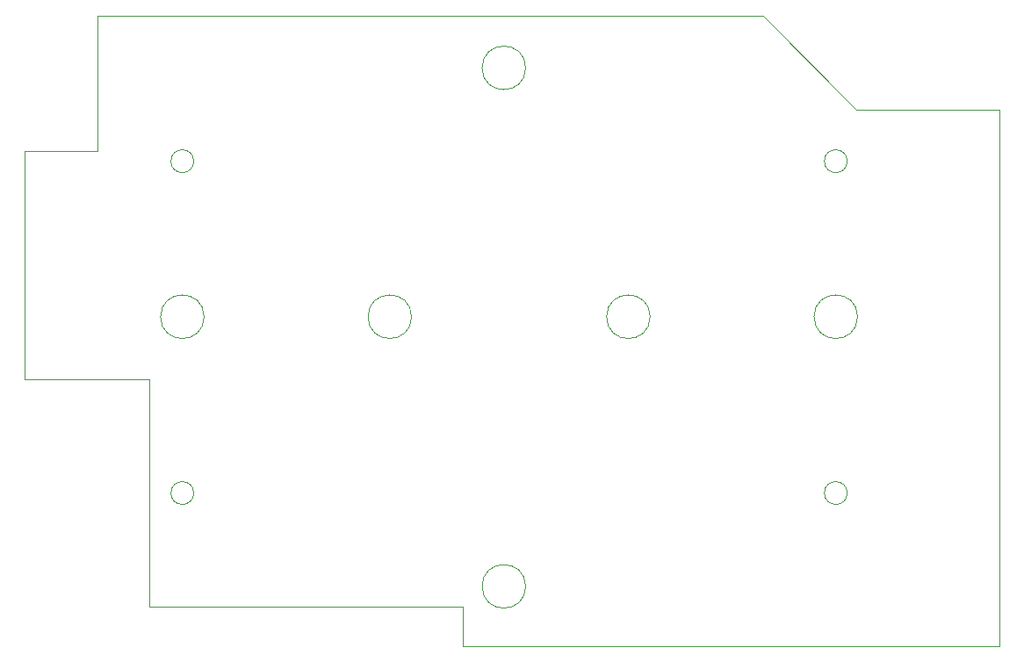
<source format=gbr>
%TF.GenerationSoftware,KiCad,Pcbnew,8.0.4-8.0.4-0~ubuntu22.04.1*%
%TF.CreationDate,2024-08-24T15:00:40-03:00*%
%TF.ProjectId,Antares-Transmitter,416e7461-7265-4732-9d54-72616e736d69,1.0.1*%
%TF.SameCoordinates,Original*%
%TF.FileFunction,Profile,NP*%
%FSLAX46Y46*%
G04 Gerber Fmt 4.6, Leading zero omitted, Abs format (unit mm)*
G04 Created by KiCad (PCBNEW 8.0.4-8.0.4-0~ubuntu22.04.1) date 2024-08-24 15:00:40*
%MOMM*%
%LPD*%
G01*
G04 APERTURE LIST*
%TA.AperFunction,Profile*%
%ADD10C,0.050000*%
%TD*%
G04 APERTURE END LIST*
D10*
X81000000Y-125000000D02*
X81000000Y-103000000D01*
X123250000Y-150750000D02*
X123250000Y-147000000D01*
X175000000Y-99000000D02*
X175000000Y-150750000D01*
X88000000Y-90000000D02*
X152200000Y-90000000D01*
X175000000Y-150750000D02*
X123250000Y-150750000D01*
X93000000Y-147000000D02*
X93000000Y-125000000D01*
X98300002Y-119000000D02*
G75*
G02*
X94100002Y-119000000I-2100000J0D01*
G01*
X94100002Y-119000000D02*
G75*
G02*
X98300002Y-119000000I2100000J0D01*
G01*
X160300002Y-136000000D02*
G75*
G02*
X158100002Y-136000000I-1100000J0D01*
G01*
X158100002Y-136000000D02*
G75*
G02*
X160300002Y-136000000I1100000J0D01*
G01*
X141300002Y-119000000D02*
G75*
G02*
X137100002Y-119000000I-2100000J0D01*
G01*
X137100002Y-119000000D02*
G75*
G02*
X141300002Y-119000000I2100000J0D01*
G01*
X129300002Y-145000000D02*
G75*
G02*
X125100002Y-145000000I-2100000J0D01*
G01*
X125100002Y-145000000D02*
G75*
G02*
X129300002Y-145000000I2100000J0D01*
G01*
X118300002Y-119000000D02*
G75*
G02*
X114100002Y-119000000I-2100000J0D01*
G01*
X114100002Y-119000000D02*
G75*
G02*
X118300002Y-119000000I2100000J0D01*
G01*
X123250000Y-147000000D02*
X93000000Y-147000000D01*
X93000000Y-125000000D02*
X81000000Y-125000000D01*
X129300002Y-95000000D02*
G75*
G02*
X125100002Y-95000000I-2100000J0D01*
G01*
X125100002Y-95000000D02*
G75*
G02*
X129300002Y-95000000I2100000J0D01*
G01*
X152200002Y-90000000D02*
X161200002Y-99000000D01*
X97300002Y-136000000D02*
G75*
G02*
X95100002Y-136000000I-1100000J0D01*
G01*
X95100002Y-136000000D02*
G75*
G02*
X97300002Y-136000000I1100000J0D01*
G01*
X88000000Y-103000000D02*
X88000000Y-90000000D01*
X81000000Y-103000000D02*
X88000000Y-103000000D01*
X97300002Y-104000000D02*
G75*
G02*
X95100002Y-104000000I-1100000J0D01*
G01*
X95100002Y-104000000D02*
G75*
G02*
X97300002Y-104000000I1100000J0D01*
G01*
X160300002Y-104000000D02*
G75*
G02*
X158100002Y-104000000I-1100000J0D01*
G01*
X158100002Y-104000000D02*
G75*
G02*
X160300002Y-104000000I1100000J0D01*
G01*
X161300002Y-119000000D02*
G75*
G02*
X157100002Y-119000000I-2100000J0D01*
G01*
X157100002Y-119000000D02*
G75*
G02*
X161300002Y-119000000I2100000J0D01*
G01*
X161200002Y-99000000D02*
X175000000Y-99000000D01*
M02*

</source>
